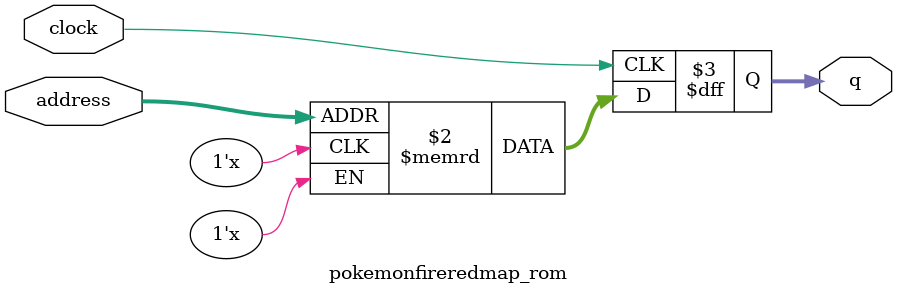
<source format=sv>
module pokemonfireredmap_rom (
	input logic clock,
	input logic [15:0] address,
	output logic [3:0] q
);

logic [3:0] memory [0:38399] /* synthesis ram_init_file = "./pokemonfireredmap/pokemonfireredmap.mif" */;

always_ff @ (posedge clock) begin
	q <= memory[address];
end

endmodule

</source>
